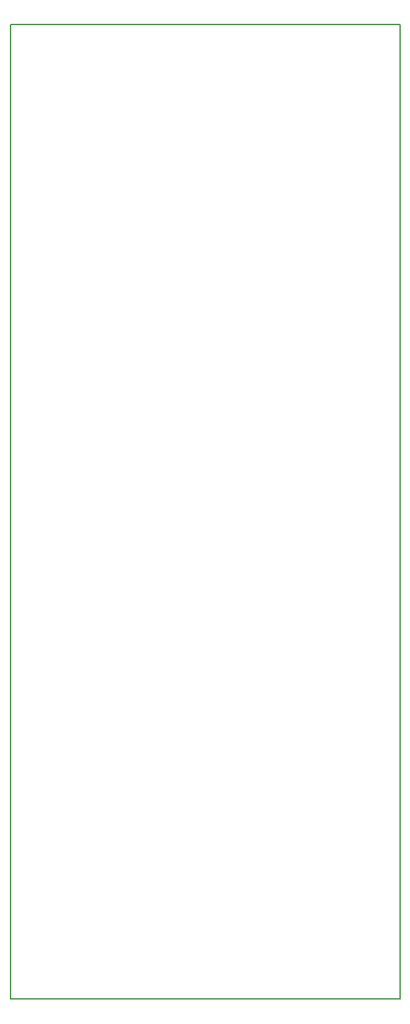
<source format=gbr>
G04 #@! TF.GenerationSoftware,KiCad,Pcbnew,(5.1.0)-1*
G04 #@! TF.CreationDate,2019-12-12T14:08:27-05:00*
G04 #@! TF.ProjectId,LEDMatrix,4c45444d-6174-4726-9978-2e6b69636164,rev?*
G04 #@! TF.SameCoordinates,Original*
G04 #@! TF.FileFunction,Profile,NP*
%FSLAX46Y46*%
G04 Gerber Fmt 4.6, Leading zero omitted, Abs format (unit mm)*
G04 Created by KiCad (PCBNEW (5.1.0)-1) date 2019-12-12 14:08:27*
%MOMM*%
%LPD*%
G04 APERTURE LIST*
%ADD10C,0.150000*%
G04 APERTURE END LIST*
D10*
X83947000Y-163957000D02*
X34000000Y-163957000D01*
X83947000Y-39243000D02*
X83947000Y-163957000D01*
X34000000Y-39243000D02*
X83947000Y-39243000D01*
X34000000Y-163957000D02*
X34000000Y-39243000D01*
M02*

</source>
